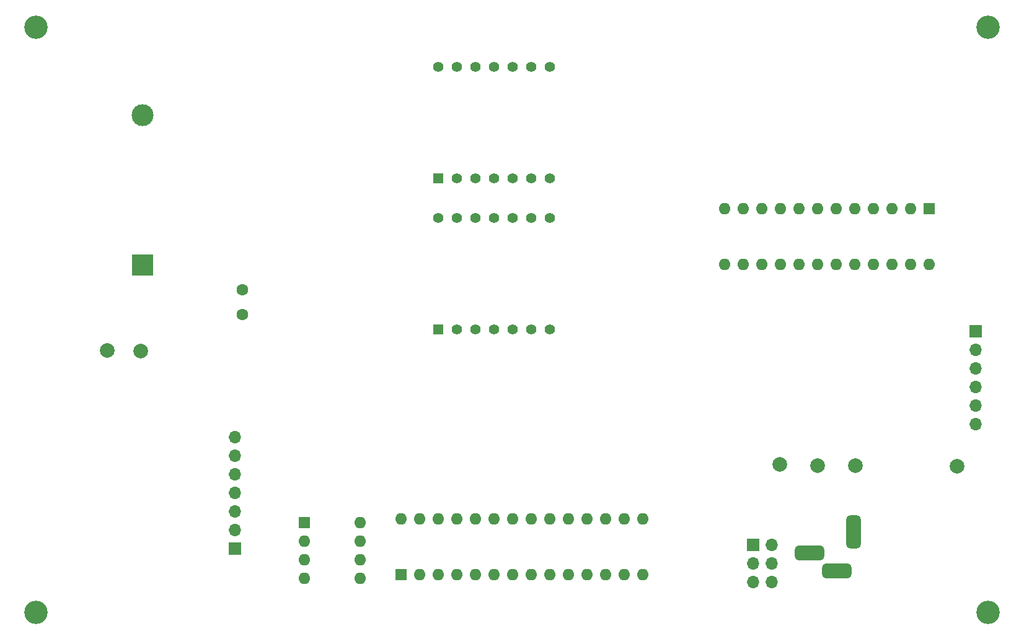
<source format=gbr>
%TF.GenerationSoftware,KiCad,Pcbnew,(6.0.5)*%
%TF.CreationDate,2022-07-21T18:11:49-07:00*%
%TF.ProjectId,rectangle-clock,72656374-616e-4676-9c65-2d636c6f636b,rev?*%
%TF.SameCoordinates,PX4c4b400PY8a48640*%
%TF.FileFunction,Soldermask,Bot*%
%TF.FilePolarity,Negative*%
%FSLAX46Y46*%
G04 Gerber Fmt 4.6, Leading zero omitted, Abs format (unit mm)*
G04 Created by KiCad (PCBNEW (6.0.5)) date 2022-07-21 18:11:49*
%MOMM*%
%LPD*%
G01*
G04 APERTURE LIST*
G04 Aperture macros list*
%AMRoundRect*
0 Rectangle with rounded corners*
0 $1 Rounding radius*
0 $2 $3 $4 $5 $6 $7 $8 $9 X,Y pos of 4 corners*
0 Add a 4 corners polygon primitive as box body*
4,1,4,$2,$3,$4,$5,$6,$7,$8,$9,$2,$3,0*
0 Add four circle primitives for the rounded corners*
1,1,$1+$1,$2,$3*
1,1,$1+$1,$4,$5*
1,1,$1+$1,$6,$7*
1,1,$1+$1,$8,$9*
0 Add four rect primitives between the rounded corners*
20,1,$1+$1,$2,$3,$4,$5,0*
20,1,$1+$1,$4,$5,$6,$7,0*
20,1,$1+$1,$6,$7,$8,$9,0*
20,1,$1+$1,$8,$9,$2,$3,0*%
G04 Aperture macros list end*
%ADD10C,3.200000*%
%ADD11R,1.400000X1.400000*%
%ADD12C,1.400000*%
%ADD13C,2.000000*%
%ADD14R,1.700000X1.700000*%
%ADD15O,1.700000X1.700000*%
%ADD16R,3.000000X3.000000*%
%ADD17C,3.000000*%
%ADD18R,1.600000X1.600000*%
%ADD19O,1.600000X1.600000*%
%ADD20C,1.600000*%
%ADD21RoundRect,0.500000X0.500000X-1.750000X0.500000X1.750000X-0.500000X1.750000X-0.500000X-1.750000X0*%
%ADD22RoundRect,0.500000X1.500000X0.500000X-1.500000X0.500000X-1.500000X-0.500000X1.500000X-0.500000X0*%
G04 APERTURE END LIST*
D10*
%TO.C,H4*%
X135000000Y5000000D03*
%TD*%
D11*
%TO.C,DS1*%
X59954000Y43654000D03*
D12*
X62494000Y43654000D03*
X65034000Y43654000D03*
X67574000Y43654000D03*
X70114000Y43654000D03*
X72654000Y43654000D03*
X75194000Y43654000D03*
X75194000Y58894000D03*
X72654000Y58894000D03*
X70114000Y58894000D03*
X67574000Y58894000D03*
X65034000Y58894000D03*
X62494000Y58894000D03*
X59954000Y58894000D03*
%TD*%
D13*
%TO.C,TP6*%
X116930000Y25010000D03*
%TD*%
D14*
%TO.C,J1*%
X32160000Y13665000D03*
D15*
X32160000Y16205000D03*
X32160000Y18745000D03*
X32160000Y21285000D03*
X32160000Y23825000D03*
X32160000Y26365000D03*
X32160000Y28905000D03*
%TD*%
D16*
%TO.C,BT1*%
X19567984Y52473686D03*
D17*
X19567984Y72963686D03*
%TD*%
D11*
%TO.C,DS2*%
X59954000Y64349000D03*
D12*
X62494000Y64349000D03*
X65034000Y64349000D03*
X67574000Y64349000D03*
X70114000Y64349000D03*
X72654000Y64349000D03*
X75194000Y64349000D03*
X75194000Y79589000D03*
X72654000Y79589000D03*
X70114000Y79589000D03*
X67574000Y79589000D03*
X65034000Y79589000D03*
X62494000Y79589000D03*
X59954000Y79589000D03*
%TD*%
D18*
%TO.C,U4*%
X127015000Y60154000D03*
D19*
X124475000Y60154000D03*
X121935000Y60154000D03*
X119395000Y60154000D03*
X116855000Y60154000D03*
X114315000Y60154000D03*
X111775000Y60154000D03*
X109235000Y60154000D03*
X106695000Y60154000D03*
X104155000Y60154000D03*
X101615000Y60154000D03*
X99075000Y60154000D03*
X99075000Y52534000D03*
X101615000Y52534000D03*
X104155000Y52534000D03*
X106695000Y52534000D03*
X109235000Y52534000D03*
X111775000Y52534000D03*
X114315000Y52534000D03*
X116855000Y52534000D03*
X119395000Y52534000D03*
X121935000Y52534000D03*
X124475000Y52534000D03*
X127015000Y52534000D03*
%TD*%
D14*
%TO.C,J4*%
X102935000Y14195000D03*
D15*
X105475000Y14195000D03*
X102935000Y11655000D03*
X105475000Y11655000D03*
X102935000Y9115000D03*
X105475000Y9115000D03*
%TD*%
D20*
%TO.C,R6*%
X33210000Y49105000D03*
X33210000Y45705000D03*
%TD*%
D13*
%TO.C,TP3*%
X19330000Y40690000D03*
%TD*%
D10*
%TO.C,H2*%
X135000000Y85000000D03*
%TD*%
D18*
%TO.C,U1*%
X41676000Y17228000D03*
D19*
X41676000Y14688000D03*
X41676000Y12148000D03*
X41676000Y9608000D03*
X49296000Y9608000D03*
X49296000Y12148000D03*
X49296000Y14688000D03*
X49296000Y17228000D03*
%TD*%
D10*
%TO.C,H3*%
X5000000Y5000000D03*
%TD*%
D13*
%TO.C,TP4*%
X106550000Y25200000D03*
%TD*%
D10*
%TO.C,H1*%
X5000000Y85000000D03*
%TD*%
D18*
%TO.C,U3*%
X54884000Y10136000D03*
D19*
X57424000Y10136000D03*
X59964000Y10136000D03*
X62504000Y10136000D03*
X65044000Y10136000D03*
X67584000Y10136000D03*
X70124000Y10136000D03*
X72664000Y10136000D03*
X75204000Y10136000D03*
X77744000Y10136000D03*
X80284000Y10136000D03*
X82824000Y10136000D03*
X85364000Y10136000D03*
X87904000Y10136000D03*
X87904000Y17756000D03*
X85364000Y17756000D03*
X82824000Y17756000D03*
X80284000Y17756000D03*
X77744000Y17756000D03*
X75204000Y17756000D03*
X72664000Y17756000D03*
X70124000Y17756000D03*
X67584000Y17756000D03*
X65044000Y17756000D03*
X62504000Y17756000D03*
X59964000Y17756000D03*
X57424000Y17756000D03*
X54884000Y17756000D03*
%TD*%
D14*
%TO.C,J3*%
X133360000Y43400000D03*
D15*
X133360000Y40860000D03*
X133360000Y38320000D03*
X133360000Y35780000D03*
X133360000Y33240000D03*
X133360000Y30700000D03*
%TD*%
D13*
%TO.C,TP5*%
X111730000Y25010000D03*
%TD*%
%TO.C,TP1*%
X130790000Y24950000D03*
%TD*%
%TO.C,TP2*%
X14680000Y40760000D03*
%TD*%
D21*
%TO.C,J2*%
X116685000Y15927000D03*
D22*
X114385000Y10627000D03*
X110685000Y13127000D03*
%TD*%
M02*

</source>
